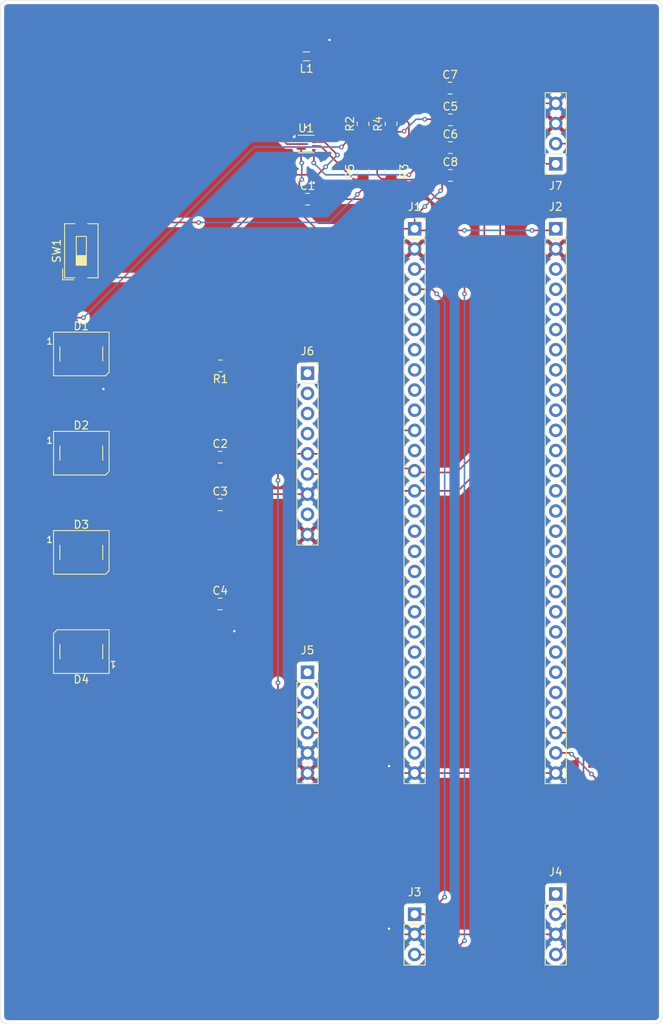
<source format=kicad_pcb>
(kicad_pcb (version 20241229) (generator "pcbnew") (generator_version "9.0")
  (layers (0 "F.Cu" power) (2 "B.Cu" signal) (13 "F.Paste" user) (15 "B.Paste" user) (5 "F.SilkS" user "F.Silkscreen") (7 "B.SilkS" user "B.Silkscreen") (1 "F.Mask" user) (3 "B.Mask" user) (25 "Edge.Cuts" user))
  (net 0 "")
  (net 1 "GND")
  (net 2 "+5V")
  (net 3 "+BATT")
  (net 4 "Net-(D1-DOUT)")
  (net 5 "Net-(D1-DIN)")
  (net 6 "Net-(D2-DOUT)")
  (net 7 "Net-(D3-DOUT)")
  (net 9 "/PICO_SCL")
  (net 10 "/GPIO15")
  (net 11 "/GPIO1")
  (net 12 "/GPIO8")
  (net 13 "/GPIO5")
  (net 14 "/GPIO0")
  (net 15 "+3V3")
  (net 16 "/GPIO23")
  (net 17 "/GPIO13")
  (net 18 "/GPIO24")
  (net 19 "/GPIO12")
  (net 20 "/GPIO14")
  (net 21 "/GPIO19")
  (net 22 "/GPIO18")
  (net 23 "/GPIO17")
  (net 24 "/GPIO16")
  (net 25 "/GPIO9")
  (net 26 "/GPIO7")
  (net 27 "/GPIO21")
  (net 28 "/PICO_SDA")
  (net 29 "/GPIO6")
  (net 30 "/GPIO4")
  (net 31 "/GPIO3")
  (net 32 "/GPIO20")
  (net 33 "/GPIO2")
  (net 34 "/GPIO22")
  (net 35 "/SWD")
  (net 36 "/GPIO47")
  (net 37 "/GPIO30")
  (net 38 "/GPIO25")
  (net 39 "/GPIO39")
  (net 40 "/GPIO28")
  (net 41 "/GPIO33")
  (net 42 "/GPIO31")
  (net 43 "/GPIO40")
  (net 44 "/GPIO41")
  (net 45 "/GPIO29")
  (net 46 "/GPIO38")
  (net 47 "/GPIO34")
  (net 48 "/GPIO45")
  (net 49 "/GPIO42")
  (net 50 "/GPIO44")
  (net 51 "/GPIO43")
  (net 52 "/GPIO36")
  (net 53 "/GPIO35")
  (net 54 "/GPIO46")
  (net 55 "/GPIO37")
  (net 56 "/GPIO26")
  (net 57 "/GPIO32")
  (net 58 "/GPIO27")
  (net 59 "/SWCLK")
  (net 68 "Net-(U1-SW)")
  (net 69 "-BATT")
  (net 70 "Net-(U1-FB)")
  (net 71 "Net-(SW1-B)")
  (footprint "Capacitor_SMD:C_0805_2012Metric_Pad1.18x1.45mm_HandSolder" (layer "F.Cu") (at 90.22 116.575)
    (property "Reference" "C4" (at 0 -1.68 0) (layer "F.SilkS"))
    (property "Value" "0.1uF")
    (pad "1" smd roundrect (at -1.0375 0) (size 1.175 1.45) (layers "F.Cu" "F.Mask" "F.Paste") (roundrect_rratio 0.212766) (net 2 "+5V"))
    (pad "2" smd roundrect (at 1.0375 0) (size 1.175 1.45) (layers "F.Cu" "F.Mask" "F.Paste") (roundrect_rratio 0.212766) (net 1 "GND"))
  )
  (footprint "Capacitor_SMD:C_0805_2012Metric_Pad1.18x1.45mm_HandSolder" (layer "F.Cu") (at 90.22 98.075)
    (property "Reference" "C2" (at 0 -1.68 0) (layer "F.SilkS"))
    (property "Value" "0.1uF")
    (pad "1" smd roundrect (at -1.0375 0) (size 1.175 1.45) (layers "F.Cu" "F.Mask" "F.Paste") (roundrect_rratio 0.212766) (net 2 "+5V"))
    (pad "2" smd roundrect (at 1.0375 0) (size 1.175 1.45) (layers "F.Cu" "F.Mask" "F.Paste") (roundrect_rratio 0.212766) (net 1 "GND"))
  )
  (footprint "Package_DFN_QFN:Texas_RWU0007A_VQFN-7_2x2mm_P0.5mm" (layer "F.Cu") (at 101.0455 58.625)
    (property "Reference" "U1" (at 0 -2 0) (layer "F.SilkS"))
    (property "Value" "TPS61022")
    (pad "1" smd roundrect (at -0.625 -0.55) (size 1.15 0.35) (layers "F.Cu" "F.Mask") (net 1 "GND"))
    (pad "2" smd roundrect (at -0.475 0) (size 1.45 0.2) (layers "F.Cu" "F.Mask") (net 68 "Net-(U1-SW)"))
    (pad "3" smd roundrect (at -0.625 0.55) (size 1.15 0.35) (layers "F.Cu" "F.Mask") (net 2 "+5V"))
    (pad "4" smd roundrect (at 0.975 0.75) (size 0.45 0.25) (layers "F.Cu" "F.Mask" "F.Paste") (net 70 "Net-(U1-FB)"))
    (pad "5" smd roundrect (at 0.975 0.25) (size 0.45 0.25) (layers "F.Cu" "F.Mask" "F.Paste") (net 71 "Net-(SW1-B)"))
    (pad "6" smd roundrect (at 0.975 -0.25) (size 0.45 0.25) (layers "F.Cu" "F.Mask" "F.Paste") (net 3 "+BATT"))
    (pad "7" smd roundrect (at 0.975 -0.75) (size 0.45 0.25) (layers "F.Cu" "F.Mask" "F.Paste") (net 3 "+BATT"))
  )
  (footprint "Resistor_SMD:R_0805_2012Metric_Pad1.20x1.40mm_HandSolder" (layer "F.Cu") (at 111.7575 62.075 -90)
    (property "Reference" "R3" (at 0 -1.65 90) (layer "F.SilkS"))
    (property "Value" "100k")
    (pad "1" smd roundrect (at -1 0 270) (size 1.2 1.4) (layers "F.Cu" "F.Mask" "F.Paste") (roundrect_rratio 0.208333) (net 70 "Net-(U1-FB)"))
    (pad "2" smd roundrect (at 1 0 270) (size 1.2 1.4) (layers "F.Cu" "F.Mask" "F.Paste") (roundrect_rratio 0.208333) (net 1 "GND"))
  )
  (footprint "LED_SMD:LED_WS2812B_PLCC4_5.0x5.0mm_P3.2mm" (layer "F.Cu") (at 72.72 122.575 180)
    (property "Reference" "D4" (at 0 -3.5 0) (layer "F.SilkS"))
    (property "Value" "WS2812B")
    (fp_text user "1" (at -4 -1.6 180) (layer "F.SilkS") (effects (font (size 0.8 0.8))))
    (pad "1" smd roundrect (at -2.45 -1.65 180) (size 1.5 0.9) (layers "F.Cu" "F.Mask" "F.Paste") (roundrect_rratio 0.1) (net 2 "+5V"))
    (pad "2" smd roundrect (at -2.45 1.65 180) (size 1.5 0.9) (layers "F.Cu" "F.Mask" "F.Paste") (roundrect_rratio 0.1))
    (pad "3" smd roundrect (at 2.45 1.65 180) (size 1.5 0.9) (layers "F.Cu" "F.Mask" "F.Paste") (roundrect_rratio 0.1) (net 1 "GND"))
    (pad "4" smd roundrect (at 2.45 -1.65 180) (size 1.5 0.9) (layers "F.Cu" "F.Mask" "F.Paste") (roundrect_rratio 0.1) (net 7 "Net-(D3-DOUT)"))
  )
  (footprint "Capacitor_SMD:C_0805_2012Metric_Pad1.18x1.45mm_HandSolder" (layer "F.Cu") (at 119.22 62.575)
    (property "Reference" "C8" (at 0 -1.68 0) (layer "F.SilkS"))
    (property "Value" "22u")
    (pad "1" smd roundrect (at -1.0375 0) (size 1.175 1.45) (layers "F.Cu" "F.Mask" "F.Paste") (roundrect_rratio 0.212766) (net 2 "+5V"))
    (pad "2" smd roundrect (at 1.0375 0) (size 1.175 1.45) (layers "F.Cu" "F.Mask" "F.Paste") (roundrect_rratio 0.212766) (net 1 "GND"))
  )
  (footprint "Capacitor_SMD:C_0805_2012Metric_Pad1.18x1.45mm_HandSolder" (layer "F.Cu") (at 119.1825 51.575)
    (property "Reference" "C7" (at 0 -1.68 0) (layer "F.SilkS"))
    (property "Value" "10u")
    (pad "1" smd roundrect (at -1.0375 0) (size 1.175 1.45) (layers "F.Cu" "F.Mask" "F.Paste") (roundrect_rratio 0.212766) (net 3 "+BATT"))
    (pad "2" smd roundrect (at 1.0375 0) (size 1.175 1.45) (layers "F.Cu" "F.Mask" "F.Paste") (roundrect_rratio 0.212766) (net 1 "GND"))
  )
  (footprint "Connector_PinSocket_2.54mm:PinSocket_1x04_P2.54mm_Vertical" (layer "F.Cu") (at 132.5 61.115 180)
    (property "Reference" "J7" (at 0 -2.77 0) (layer "F.SilkS"))
    (property "Value" "SSD1306")
    (pad "1" thru_hole rect (at 0 0 180) (size 1.7 1.7) (drill 1) (layers "*.Cu" "*.Mask") (net 28 "/PICO_SDA"))
    (pad "2" thru_hole circle (at 0 2.54 180) (size 1.7 1.7) (drill 1) (layers "*.Cu" "*.Mask") (net 9 "/PICO_SCL"))
    (pad "3" thru_hole circle (at 0 5.08 180) (size 1.7 1.7) (drill 1) (layers "*.Cu" "*.Mask") (net 15 "+3V3"))
    (pad "4" thru_hole circle (at 0 7.62 180) (size 1.7 1.7) (drill 1) (layers "*.Cu" "*.Mask") (net 1 "GND"))
  )
  (footprint "Connector_PinSocket_2.54mm:PinSocket_1x28_P2.54mm_Vertical" (layer "F.Cu") (at 132.5 69.3)
    (property "Reference" "J2" (at 0 -2.77 0) (layer "F.SilkS"))
    (property "Value" "Conn_01x28_Socket")
    (pad "1" thru_hole rect (at 0 0) (size 1.7 1.7) (drill 1) (layers "*.Cu" "*.Mask") (net 2 "+5V"))
    (pad "2" thru_hole circle (at 0 2.54) (size 1.7 1.7) (drill 1) (layers "*.Cu" "*.Mask") (net 15 "+3V3"))
    (pad "3" thru_hole circle (at 0 5.08) (size 1.7 1.7) (drill 1) (layers "*.Cu" "*.Mask") (net 36 "/GPIO47"))
    (pad "4" thru_hole circle (at 0 7.62) (size 1.7 1.7) (drill 1) (layers "*.Cu" "*.Mask") (net 54 "/GPIO46"))
    (pad "5" thru_hole circle (at 0 10.16) (size 1.7 1.7) (drill 1) (layers "*.Cu" "*.Mask") (net 48 "/GPIO45"))
    (pad "6" thru_hole circle (at 0 12.7) (size 1.7 1.7) (drill 1) (layers "*.Cu" "*.Mask") (net 50 "/GPIO44"))
    (pad "7" thru_hole circle (at 0 15.24) (size 1.7 1.7) (drill 1) (layers "*.Cu" "*.Mask") (net 51 "/GPIO43"))
    (pad "8" thru_hole circle (at 0 17.78) (size 1.7 1.7) (drill 1) (layers "*.Cu" "*.Mask") (net 49 "/GPIO42"))
    (pad "9" thru_hole circle (at 0 20.32) (size 1.7 1.7) (drill 1) (layers "*.Cu" "*.Mask") (net 44 "/GPIO41"))
    (pad "10" thru_hole circle (at 0 22.86) (size 1.7 1.7) (drill 1) (layers "*.Cu" "*.Mask") (net 43 "/GPIO40"))
    (pad "11" thru_hole circle (at 0 25.4) (size 1.7 1.7) (drill 1) (layers "*.Cu" "*.Mask") (net 39 "/GPIO39"))
    (pad "12" thru_hole circle (at 0 27.94) (size 1.7 1.7) (drill 1) (layers "*.Cu" "*.Mask") (net 46 "/GPIO38"))
    (pad "13" thru_hole circle (at 0 30.48) (size 1.7 1.7) (drill 1) (layers "*.Cu" "*.Mask") (net 55 "/GPIO37"))
    (pad "14" thru_hole circle (at 0 33.02) (size 1.7 1.7) (drill 1) (layers "*.Cu" "*.Mask") (net 52 "/GPIO36"))
    (pad "15" thru_hole circle (at 0 35.56) (size 1.7 1.7) (drill 1) (layers "*.Cu" "*.Mask") (net 53 "/GPIO35"))
    (pad "16" thru_hole circle (at 0 38.1) (size 1.7 1.7) (drill 1) (layers "*.Cu" "*.Mask") (net 47 "/GPIO34"))
    (pad "17" thru_hole circle (at 0 40.64) (size 1.7 1.7) (drill 1) (layers "*.Cu" "*.Mask") (net 41 "/GPIO33"))
    (pad "18" thru_hole circle (at 0 43.18) (size 1.7 1.7) (drill 1) (layers "*.Cu" "*.Mask") (net 57 "/GPIO32"))
    (pad "19" thru_hole circle (at 0 45.72) (size 1.7 1.7) (drill 1) (layers "*.Cu" "*.Mask") (net 42 "/GPIO31"))
    (pad "20" thru_hole circle (at 0 48.26) (size 1.7 1.7) (drill 1) (layers "*.Cu" "*.Mask") (net 37 "/GPIO30"))
    (pad "21" thru_hole circle (at 0 50.8) (size 1.7 1.7) (drill 1) (layers "*.Cu" "*.Mask") (net 45 "/GPIO29"))
    (pad "22" thru_hole circle (at 0 53.34) (size 1.7 1.7) (drill 1) (layers "*.Cu" "*.Mask") (net 40 "/GPIO28"))
    (pad "23" thru_hole circle (at 0 55.88) (size 1.7 1.7) (drill 1) (layers "*.Cu" "*.Mask") (net 58 "/GPIO27"))
    (pad "24" thru_hole circle (at 0 58.42) (size 1.7 1.7) (drill 1) (layers "*.Cu" "*.Mask") (net 56 "/GPIO26"))
    (pad "25" thru_hole circle (at 0 60.96) (size 1.7 1.7) (drill 1) (layers "*.Cu" "*.Mask") (net 38 "/GPIO25"))
    (pad "26" thru_hole circle (at 0 63.5) (size 1.7 1.7) (drill 1) (layers "*.Cu" "*.Mask") (net 59 "/SWCLK"))
    (pad "27" thru_hole circle (at 0 66.04) (size 1.7 1.7) (drill 1) (layers "*.Cu" "*.Mask") (net 35 "/SWD"))
    (pad "28" thru_hole circle (at 0 68.58) (size 1.7 1.7) (drill 1) (layers "*.Cu" "*.Mask") (net 1 "GND"))
  )
  (footprint "Inductor_SMD:L_0805_2012Metric_Pad1.05x1.20mm_HandSolder" (layer "F.Cu") (at 101.1075 47.575 180)
    (property "Reference" "L1" (at 0 -1.55 0) (layer "F.SilkS"))
    (property "Value" "1u")
    (pad "1" smd roundrect (at -1.15 0 180) (size 1.05 1.2) (layers "F.Cu" "F.Mask" "F.Paste") (roundrect_rratio 0.238095) (net 3 "+BATT"))
    (pad "2" smd roundrect (at 1.15 0 180) (size 1.05 1.2) (layers "F.Cu" "F.Mask" "F.Paste") (roundrect_rratio 0.238095) (net 68 "Net-(U1-SW)"))
  )
  (footprint "Capacitor_SMD:C_0805_2012Metric_Pad1.18x1.45mm_HandSolder" (layer "F.Cu") (at 101.22 65.575)
    (property "Reference" "C1" (at 0 -1.68 0) (layer "F.SilkS"))
    (property "Value" "500u")
    (pad "1" smd roundrect (at -1.0375 0) (size 1.175 1.45) (layers "F.Cu" "F.Mask" "F.Paste") (roundrect_rratio 0.212766) (net 2 "+5V"))
    (pad "2" smd roundrect (at 1.0375 0) (size 1.175 1.45) (layers "F.Cu" "F.Mask" "F.Paste") (roundrect_rratio 0.212766) (net 1 "GND"))
  )
  (footprint "LED_SMD:LED_WS2812B_PLCC4_5.0x5.0mm_P3.2mm" (layer "F.Cu") (at 72.72 110.075)
    (property "Reference" "D3" (at 0 -3.5 0) (layer "F.SilkS"))
    (property "Value" "WS2812B")
    (fp_text user "1" (at -4 -1.6 0) (layer "F.SilkS") (effects (font (size 0.8 0.8))))
    (pad "1" smd roundrect (at -2.45 -1.65) (size 1.5 0.9) (layers "F.Cu" "F.Mask" "F.Paste") (roundrect_rratio 0.1) (net 2 "+5V"))
    (pad "2" smd roundrect (at -2.45 1.65) (size 1.5 0.9) (layers "F.Cu" "F.Mask" "F.Paste") (roundrect_rratio 0.1) (net 7 "Net-(D3-DOUT)"))
    (pad "3" smd roundrect (at 2.45 1.65) (size 1.5 0.9) (layers "F.Cu" "F.Mask" "F.Paste") (roundrect_rratio 0.1) (net 1 "GND"))
    (pad "4" smd roundrect (at 2.45 -1.65) (size 1.5 0.9) (layers "F.Cu" "F.Mask" "F.Paste") (roundrect_rratio 0.1) (net 6 "Net-(D2-DOUT)"))
  )
  (footprint "Connector_PinSocket_2.54mm:PinSocket_1x03_P2.54mm_Vertical" (layer "F.Cu") (at 114.72 155.66)
    (property "Reference" "J3" (at 0 -2.77 0) (layer "F.SilkS"))
    (property "Value" "Conn_01x03_Socket")
    (pad "1" thru_hole rect (at 0 0) (size 1.7 1.7) (drill 1) (layers "*.Cu" "*.Mask") (net 11 "/GPIO1"))
    (pad "2" thru_hole circle (at 0 2.54) (size 1.7 1.7) (drill 1) (layers "*.Cu" "*.Mask") (net 1 "GND"))
    (pad "3" thru_hole circle (at 0 5.08) (size 1.7 1.7) (drill 1) (layers "*.Cu" "*.Mask") (net 14 "/GPIO0"))
  )
  (footprint "Capacitor_SMD:C_0805_2012Metric_Pad1.18x1.45mm_HandSolder" (layer "F.Cu") (at 119.22 59.075)
    (property "Reference" "C6" (at 0 -1.68 0) (layer "F.SilkS"))
    (property "Value" "22u")
    (pad "1" smd roundrect (at -1.0375 0) (size 1.175 1.45) (layers "F.Cu" "F.Mask" "F.Paste") (roundrect_rratio 0.212766) (net 2 "+5V"))
    (pad "2" smd roundrect (at 1.0375 0) (size 1.175 1.45) (layers "F.Cu" "F.Mask" "F.Paste") (roundrect_rratio 0.212766) (net 1 "GND"))
  )
  (footprint "Resistor_SMD:R_0805_2012Metric_Pad1.20x1.40mm_HandSolder" (layer "F.Cu") (at 108.22 56.075 90)
    (property "Reference" "R2" (at 0 -1.65 90) (layer "F.SilkS"))
    (property "Value" "820k")
    (pad "1" smd roundrect (at -1 0 90) (size 1.2 1.4) (layers "F.Cu" "F.Mask" "F.Paste") (roundrect_rratio 0.208333) (net 2 "+5V"))
    (pad "2" smd roundrect (at 1 0 90) (size 1.2 1.4) (layers "F.Cu" "F.Mask" "F.Paste") (roundrect_rratio 0.208333) (net 70 "Net-(U1-FB)"))
  )
  (footprint "LED_SMD:LED_WS2812B_PLCC4_5.0x5.0mm_P3.2mm" (layer "F.Cu") (at 72.72 97.575)
    (property "Reference" "D2" (at 0 -3.5 0) (layer "F.SilkS"))
    (property "Value" "WS2812B")
    (fp_text user "1" (at -4 -1.6 0) (layer "F.SilkS") (effects (font (size 0.8 0.8))))
    (pad "1" smd roundrect (at -2.45 -1.65) (size 1.5 0.9) (layers "F.Cu" "F.Mask" "F.Paste") (roundrect_rratio 0.1) (net 2 "+5V"))
    (pad "2" smd roundrect (at -2.45 1.65) (size 1.5 0.9) (layers "F.Cu" "F.Mask" "F.Paste") (roundrect_rratio 0.1) (net 6 "Net-(D2-DOUT)"))
    (pad "3" smd roundrect (at 2.45 1.65) (size 1.5 0.9) (layers "F.Cu" "F.Mask" "F.Paste") (roundrect_rratio 0.1) (net 1 "GND"))
    (pad "4" smd roundrect (at 2.45 -1.65) (size 1.5 0.9) (layers "F.Cu" "F.Mask" "F.Paste") (roundrect_rratio 0.1) (net 4 "Net-(D1-DOUT)"))
  )
  (footprint "NetTie:NetTie-2_SMD_Pad0.5mm" (layer "F.Cu") (at 102.7575 44.575 180)
    (property "Reference" "NT1" (hide yes))
    (property "Value" "NetTie_2" (hide yes))
    (fp_poly (pts (xy -0.5 -0.25) (xy 0.5 -0.25) (xy 0.5 0.25) (xy -0.5 0.25)) (fill yes) (layer "F.Cu"))
    (pad "1" smd circle (at -0.5 0 180) (size 0.5 0.5) (layers "F.Cu") (net 1 "GND"))
    (pad "2" smd circle (at 0.5 0 180) (size 0.5 0.5) (layers "F.Cu") (net 69 "-BATT"))
  )
  (footprint "Capacitor_SMD:C_0805_2012Metric_Pad1.18x1.45mm_HandSolder" (layer "F.Cu") (at 90.22 104.075)
    (property "Reference" "C3" (at 0 -1.68 0) (layer "F.SilkS"))
    (property "Value" "0.1uF")
    (pad "1" smd roundrect (at -1.0375 0) (size 1.175 1.45) (layers "F.Cu" "F.Mask" "F.Paste") (roundrect_rratio 0.212766) (net 2 "+5V"))
    (pad "2" smd roundrect (at 1.0375 0) (size 1.175 1.45) (layers "F.Cu" "F.Mask" "F.Paste") (roundrect_rratio 0.212766) (net 1 "GND"))
  )
  (footprint "Resistor_SMD:R_0805_2012Metric_Pad1.20x1.40mm_HandSolder" (layer "F.Cu") (at 108.22 62.075 90)
    (property "Reference" "R5" (at 0 -1.65 90) (layer "F.SilkS"))
    (property "Value" "10k")
    (pad "1" smd roundrect (at -1 0 90) (size 1.2 1.4) (layers "F.Cu" "F.Mask" "F.Paste") (roundrect_rratio 0.208333) (net 71 "Net-(SW1-B)"))
    (pad "2" smd roundrect (at 1 0 90) (size 1.2 1.4) (layers "F.Cu" "F.Mask" "F.Paste") (roundrect_rratio 0.208333) (net 1 "GND"))
  )
  (footprint "Capacitor_SMD:C_0805_2012Metric_Pad1.18x1.45mm_HandSolder" (layer "F.Cu") (at 119.22 55.575)
    (property "Reference" "C5" (at 0 -1.68 0) (layer "F.SilkS"))
    (property "Value" "22u")
    (pad "1" smd roundrect (at -1.0375 0) (size 1.175 1.45) (layers "F.Cu" "F.Mask" "F.Paste") (roundrect_rratio 0.212766) (net 2 "+5V"))
    (pad "2" smd roundrect (at 1.0375 0) (size 1.175 1.45) (layers "F.Cu" "F.Mask" "F.Paste") (roundrect_rratio 0.212766) (net 1 "GND"))
  )
  (footprint "Connector_PinSocket_2.54mm:PinSocket_1x28_P2.54mm_Vertical" (layer "F.Cu") (at 114.72 69.3)
    (property "Reference" "J1" (at 0 -2.77 0) (layer "F.SilkS"))
    (property "Value" "Conn_01x28_Socket")
    (pad "1" thru_hole rect (at 0 0) (size 1.7 1.7) (drill 1) (layers "*.Cu" "*.Mask") (net 2 "+5V"))
    (pad "2" thru_hole circle (at 0 2.54) (size 1.7 1.7) (drill 1) (layers "*.Cu" "*.Mask") (net 15 "+3V3"))
    (pad "3" thru_hole circle (at 0 5.08) (size 1.7 1.7) (drill 1) (layers "*.Cu" "*.Mask") (net 14 "/GPIO0"))
    (pad "4" thru_hole circle (at 0 7.62) (size 1.7 1.7) (drill 1) (layers "*.Cu" "*.Mask") (net 11 "/GPIO1"))
    (pad "5" thru_hole circle (at 0 10.16) (size 1.7 1.7) (drill 1) (layers "*.Cu" "*.Mask") (net 33 "/GPIO2"))
    (pad "6" thru_hole circle (at 0 12.7) (size 1.7 1.7) (drill 1) (layers "*.Cu" "*.Mask") (net 31 "/GPIO3"))
    (pad "7" thru_hole circle (at 0 15.24) (size 1.7 1.7) (drill 1) (layers "*.Cu" "*.Mask") (net 30 "/GPIO4"))
    (pad "8" thru_hole circle (at 0 17.78) (size 1.7 1.7) (drill 1) (layers "*.Cu" "*.Mask") (net 13 "/GPIO5"))
    (pad "9" thru_hole circle (at 0 20.32) (size 1.7 1.7) (drill 1) (layers "*.Cu" "*.Mask") (net 29 "/GPIO6"))
    (pad "10" thru_hole circle (at 0 22.86) (size 1.7 1.7) (drill 1) (layers "*.Cu" "*.Mask") (net 26 "/GPIO7"))
    (pad "11" thru_hole circle (at 0 25.4) (size 1.7 1.7) (drill 1) (layers "*.Cu" "*.Mask") (net 12 "/GPIO8"))
    (pad "12" thru_hole circle (at 0 27.94) (size 1.7 1.7) (drill 1) (layers "*.Cu" "*.Mask") (net 25 "/GPIO9"))
    (pad "13" thru_hole circle (at 0 30.48) (size 1.7 1.7) (drill 1) (layers "*.Cu" "*.Mask") (net 28 "/PICO_SDA"))
    (pad "14" thru_hole circle (at 0 33.02) (size 1.7 1.7) (drill 1) (layers "*.Cu" "*.Mask") (net 9 "/PICO_SCL"))
    (pad "15" thru_hole circle (at 0 35.56) (size 1.7 1.7) (drill 1) (layers "*.Cu" "*.Mask") (net 19 "/GPIO12"))
    (pad "16" thru_hole circle (at 0 38.1) (size 1.7 1.7) (drill 1) (layers "*.Cu" "*.Mask") (net 17 "/GPIO13"))
    (pad "17" thru_hole circle (at 0 40.64) (size 1.7 1.7) (drill 1) (layers "*.Cu" "*.Mask") (net 20 "/GPIO14"))
    (pad "18" thru_hole circle (at 0 43.18) (size 1.7 1.7) (drill 1) (layers "*.Cu" "*.Mask") (net 10 "/GPIO15"))
    (pad "19" thru_hole circle (at 0 45.72) (size 1.7 1.7) (drill 1) (layers "*.Cu" "*.Mask") (net 24 "/GPIO16"))
    (pad "20" thru_hole circle (at 0 48.26) (size 1.7 1.7) (drill 1) (layers "*.Cu" "*.Mask") (net 23 "/GPIO17"))
    (pad "21" thru_hole circle (at 0 50.8) (size 1.7 1.7) (drill 1) (layers "*.Cu" "*.Mask") (net 22 "/GPIO18"))
    (pad "22" thru_hole circle (at 0 53.34) (size 1.7 1.7) (drill 1) (layers "*.Cu" "*.Mask") (net 21 "/GPIO19"))
    (pad "23" thru_hole circle (at 0 55.88) (size 1.7 1.7) (drill 1) (layers "*.Cu" "*.Mask") (net 32 "/GPIO20"))
    (pad "24" thru_hole circle (at 0 58.42) (size 1.7 1.7) (drill 1) (layers "*.Cu" "*.Mask") (net 27 "/GPIO21"))
    (pad "25" thru_hole circle (at 0 60.96) (size 1.7 1.7) (drill 1) (layers "*.Cu" "*.Mask") (net 34 "/GPIO22"))
    (pad "26" thru_hole circle (at 0 63.5) (size 1.7 1.7) (drill 1) (layers "*.Cu" "*.Mask") (net 16 "/GPIO23"))
    (pad "27" thru_hole circle (at 0 66.04) (size 1.7 1.7) (drill 1) (layers "*.Cu" "*.Mask") (net 18 "/GPIO24"))
    (pad "28" thru_hole circle (at 0 68.58) (size 1.7 1.7) (drill 1) (layers "*.Cu" "*.Mask") (net 1 "GND"))
  )
  (footprint "Resistor_SMD:R_0805_2012Metric_Pad1.20x1.40mm_HandSolder" (layer "F.Cu") (at 90.2575 86.575 180)
    (property "Reference" "R1" (at 0 -1.65 0) (layer "F.SilkS"))
    (property "Value" "330")
    (pad "1" smd roundrect (at -1 0 180) (size 1.2 1.4) (layers "F.Cu" "F.Mask" "F.Paste") (roundrect_rratio 0.208333) (net 12 "/GPIO8"))
    (pad "2" smd roundrect (at 1 0 180) (size 1.2 1.4) (layers "F.Cu" "F.Mask" "F.Paste") (roundrect_rratio 0.208333) (net 5 "Net-(D1-DIN)"))
  )
  (footprint "Connector_PinSocket_2.54mm:PinSocket_1x06_P2.54mm_Vertical" (layer "F.Cu") (at 101.22 125.18)
    (property "Reference" "J5" (at 0 -2.77 0) (layer "F.SilkS"))
    (property "Value" "MAX17048")
    (pad "1" thru_hole rect (at 0 0) (size 1.7 1.7) (drill 1) (layers "*.Cu" "*.Mask"))
    (pad "2" thru_hole circle (at 0 2.54) (size 1.7 1.7) (drill 1) (layers "*.Cu" "*.Mask"))
    (pad "3" thru_hole circle (at 0 5.08) (size 1.7 1.7) (drill 1) (layers "*.Cu" "*.Mask") (net 28 "/PICO_SDA"))
    (pad "4" thru_hole circle (at 0 7.62) (size 1.7 1.7) (drill 1) (layers "*.Cu" "*.Mask") (net 9 "/PICO_SCL"))
    (pad "5" thru_hole circle (at 0 10.16) (size 1.7 1.7) (drill 1) (layers "*.Cu" "*.Mask") (net 1 "GND"))
    (pad "6" thru_hole circle (at 0 12.7) (size 1.7 1.7) (drill 1) (layers "*.Cu" "*.Mask") (net 15 "+3V3"))
  )
  (footprint "Button_Switch_SMD:SW_DIP_SPSTx01_Slide_6.7x4.1mm_W6.73mm_P2.54mm_LowProfile_JPin" (layer "F.Cu") (at 72.72 72.075 90)
    (property "Reference" "SW1" (at 0 -3.11 90) (layer "F.SilkS"))
    (property "Value" "SW_SPST")
    (pad "1" smd roundrect (at -3.365 0 90) (size 2.16 1.12) (layers "F.Cu" "F.Mask" "F.Paste") (roundrect_rratio 0.223214) (net 3 "+BATT"))
    (pad "2" smd roundrect (at 3.365 0 90) (size 2.16 1.12) (layers "F.Cu" "F.Mask" "F.Paste") (roundrect_rratio 0.223214) (net 71 "Net-(SW1-B)"))
  )
  (footprint "LED_SMD:LED_WS2812B_PLCC4_5.0x5.0mm_P3.2mm" (layer "F.Cu") (at 72.72 85.075)
    (property "Reference" "D1" (at 0 -3.5 0) (layer "F.SilkS"))
    (property "Value" "WS2812B")
    (fp_text user "1" (at -4 -1.6 0) (layer "F.SilkS") (effects (font (size 0.8 0.8))))
    (pad "1" smd roundrect (at -2.45 -1.65) (size 1.5 0.9) (layers "F.Cu" "F.Mask" "F.Paste") (roundrect_rratio 0.1) (net 2 "+5V"))
    (pad "2" smd roundrect (at -2.45 1.65) (size 1.5 0.9) (layers "F.Cu" "F.Mask" "F.Paste") (roundrect_rratio 0.1) (net 4 "Net-(D1-DOUT)"))
    (pad "3" smd roundrect (at 2.45 1.65) (size 1.5 0.9) (layers "F.Cu" "F.Mask" "F.Paste") (roundrect_rratio 0.1) (net 1 "GND"))
    (pad "4" smd roundrect (at 2.45 -1.65) (size 1.5 0.9) (layers "F.Cu" "F.Mask" "F.Paste") (roundrect_rratio 0.1) (net 5 "Net-(D1-DIN)"))
  )
  (footprint "Connector_PinSocket_2.54mm:PinSocket_1x09_P2.54mm_Vertical" (layer "F.Cu") (at 101.22 87.495)
    (property "Reference" "J6" (at 0 -2.77 0) (layer "F.SilkS"))
    (property "Value" "LSM6DS3TR-C")
    (pad "1" thru_hole rect (at 0 0) (size 1.7 1.7) (drill 1) (layers "*.Cu" "*.Mask"))
    (pad "2" thru_hole circle (at 0 2.54) (size 1.7 1.7) (drill 1) (layers "*.Cu" "*.Mask"))
    (pad "3" thru_hole circle (at 0 5.08) (size 1.7 1.7) (drill 1) (layers "*.Cu" "*.Mask"))
    (pad "4" thru_hole circle (at 0 7.62) (size 1.7 1.7) (drill 1) (layers "*.Cu" "*.Mask"))
    (pad "5" thru_hole circle (at 0 10.16) (size 1.7 1.7) (drill 1) (layers "*.Cu" "*.Mask") (net 28 "/PICO_SDA"))
    (pad "6" thru_hole circle (at 0 12.7) (size 1.7 1.7) (drill 1) (layers "*.Cu" "*.Mask") (net 9 "/PICO_SCL"))
    (pad "7" thru_hole circle (at 0 15.24) (size 1.7 1.7) (drill 1) (layers "*.Cu" "*.Mask") (net 1 "GND"))
    (pad "8" thru_hole circle (at 0 17.78) (size 1.7 1.7) (drill 1) (layers "*.Cu" "*.Mask"))
    (pad "9" thru_hole circle (at 0 20.32) (size 1.7 1.7) (drill 1) (layers "*.Cu" "*.Mask") (net 15 "+3V3"))
  )
  (footprint "Resistor_SMD:R_0805_2012Metric_Pad1.20x1.40mm_HandSolder" (layer "F.Cu") (at 111.7575 56.075 90)
    (property "Reference" "R4" (at 0 -1.65 90) (layer "F.SilkS"))
    (property "Value" "6.8M")
    (pad "1" smd roundrect (at -1 0 90) (size 1.2 1.4) (layers "F.Cu" "F.Mask" "F.Paste") (roundrect_rratio 0.208333) (net 2 "+5V"))
    (pad "2" smd roundrect (at 1 0 90) (size 1.2 1.4) (layers "F.Cu" "F.Mask" "F.Paste") (roundrect_rratio 0.208333) (net 70 "Net-(U1-FB)"))
  )
  (footprint "Connector_PinSocket_2.54mm:PinSocket_1x04_P2.54mm_Vertical" (layer "F.Cu") (at 132.5 153.12)
    (property "Reference" "J4" (at 0 -2.77 0) (layer "F.SilkS"))
    (property "Value" "Conn_01x04_Socket")
    (pad "1" thru_hole rect (at 0 0) (size 1.7 1.7) (drill 1) (layers "*.Cu" "*.Mask"))
    (pad "2" thru_hole circle (at 0 2.54) (size 1.7 1.7) (drill 1) (layers "*.Cu" "*.Mask") (net 59 "/SWCLK"))
    (pad "3" thru_hole circle (at 0 5.08) (size 1.7 1.7) (drill 1) (layers "*.Cu" "*.Mask") (net 1 "GND"))
    (pad "4" thru_hole circle (at 0 7.62) (size 1.7 1.7) (drill 1) (layers "*.Cu" "*.Mask") (net 35 "/SWD"))
  )
  (gr_line (start 146 41.5) (end 146 168.5) (stroke (width 0.05)) (layer "Edge.Cuts"))
  (gr_arc (start 62.5 41.5) (mid 62.792893 40.792893) (end 63.5 40.5) (stroke (width 0.05)) (layer "Edge.Cuts"))
  (gr_line (start 63.5 40.5) (end 145 40.5) (stroke (width 0.05)) (layer "Edge.Cuts"))
  (gr_arc (start 145 40.5) (mid 145.707107 40.792893) (end 146 41.5) (stroke (width 0.05)) (layer "Edge.Cuts"))
  (gr_line (start 62.5 168.5) (end 62.5 41.5) (stroke (width 0.05)) (layer "Edge.Cuts"))
  (gr_arc (start 146 168.5) (mid 145.707107 169.207107) (end 145 169.5) (stroke (width 0.05)) (layer "Edge.Cuts"))
  (gr_arc (start 63.5 169.5) (mid 62.792893 169.207107) (end 62.5 168.5) (stroke (width 0.05)) (layer "Edge.Cuts"))
  (gr_line (start 145 169.5) (end 63.5 169.5) (stroke (width 0.05)) (layer "Edge.Cuts"))
  (segment (start 124 158.2) (end 132.5 158.2) (width 0.2) (layer "F.Cu") (net 1))
  (segment (start 112.2 158.2) (end 111.5 157.5) (width 0.2) (layer "F.Cu") (net 1))
  (segment (start 114.72 137.88) (end 112.38 137.88) (width 0.2) (layer "F.Cu") (net 1))
  (segment (start 120.2575 64.2425) (end 120.2575 63.7425) (width 0.2) (layer "F.Cu") (net 1))
  (segment (start 120.2575 63.7575) (end 120.2575 62.575) (width 0.2) (layer "F.Cu") (net 1))
  (segment (start 114.72 158.28) (end 114.5 158.5) (width 0.2) (layer "F.Cu") (net 1))
  (segment (start 75.17 86.725) (end 77.225 86.725) (width 0.2) (layer "F.Cu") (net 1))
  (segment (start 115.101 63.101) (end 117.5 65.5) (width 0.2) (layer "F.Cu") (net 1))
  (segment (start 103.2575 44.575) (end 104 45.3175) (width 0.2) (layer "F.Cu") (net 1))
  (segment (start 114.72 137.88) (end 124 137.88) (width 0.2) (layer "F.Cu") (net 1))
  (segment (start 111.7575 63.075) (end 111.7835 63.101) (width 0.2) (layer "F.Cu") (net 1))
  (segment (start 91.2575 104.075) (end 91.2575 116.575) (width 0.2) (layer "F.Cu") (net 1))
  (segment (start 78.275 111.725) (end 75.17 111.725) (width 0.2) (layer "F.Cu") (net 1))
  (segment (start 102.2575 65.575) (end 102.2575 63.7575) (width 0.2) (layer "F.Cu") (net 1))
  (segment (start 102.2575 63.7575) (end 102 63.5) (width 0.2) (layer "F.Cu") (net 1))
  (segment (start 80.5 90) (end 80.5 96) (width 0.2) (layer "F.Cu") (net 1))
  (segment (start 110 61.5) (end 109.575 61.075) (width 0.2) (layer "F.Cu") (net 1))
  (segment (start 119 65.5) (end 120.2575 64.2425) (width 0.2) (layer "F.Cu") (net 1))
  (segment (start 70.27 119.3275) (end 70.27 120.925) (width 0.2) (layer "F.Cu") (net 1))
  (segment (start 120.22 51.575) (end 120.22 55.5375) (width 0.2) (layer "F.Cu") (net 1))
  (segment (start 124 137.88) (end 132.5 137.88) (width 0.2) (layer "F.Cu") (net 1))
  (segment (start 110 62.5) (end 110 61.5) (width 0.2) (layer "F.Cu") (net 1))
  (segment (start 77.225 86.725) (end 80.5 90) (width 0.2) (layer "F.Cu") (net 1))
  (segment (start 120.2575 55.575) (end 125.925 55.575) (width 0.2) (layer "F.Cu") (net 1))
  (segment (start 128.005 53.495) (end 132.5 53.495) (width 0.2) (layer "F.Cu") (net 1))
  (segment (start 80 106) (end 80 110) (width 0.2) (layer "F.Cu") (net 1))
  (segment (start 101.22 102.735) (end 96.265 102.735) (width 0.2) (layer "F.Cu") (net 1))
  (segment (start 75.17 111.725) (end 75.17 113.83) (width 0.2) (layer "F.Cu") (net 1))
  (segment (start 120.2575 59.075) (end 120.2575 62.575) (width 0.2) (layer "F.Cu") (net 1))
  (segment (start 111.575 63.075) (end 111.5 63) (width 0.2) (layer "F.Cu") (net 1))
  (segment (start 75.17 114.4275) (end 70.27 119.3275) (width 0.2) (layer "F.Cu") (net 1))
  (segment (start 75.17 89.17) (end 75.5 89.5) (width 0.2) (layer "F.Cu") (net 1))
  (segment (start 109.575 61.075) (end 108.22 61.075) (width 0.2) (layer "F.Cu") (net 1))
  (segment (start 102.075 65.575) (end 102 65.5) (width 0.2) (layer "F.Cu") (net 1))
  (segment (start 114.72 158.2) (end 112.2 158.2) (width 0.2) (layer "F.Cu") (net 1))
  (segment (start 94.925 104.075) (end 91.2575 104.075) (width 0.2) (layer "F.Cu") (net 1))
  (segment (start 114.72 158.2) (end 114.72 158.28) (width 0.2) (layer "F.Cu") (net 1))
  (segment (start 91.2575 98.075) (end 91.2575 104.075) (width 0.2) (layer "F.Cu") (net 1))
  (segment (start 100.4205 57.0795) (end 100.4205 58.075) (width 0.2) (layer "F.Cu") (net 1))
  (segment (start 111.7835 63.101) (end 115.101 63.101) (width 0.2) (layer "F.Cu") (net 1))
  (segment (start 112.38 137.88) (end 111.5 137) (width 0.2) (layer "F.Cu") (net 1))
  (segment (start 91.2575 119.2575) (end 92 120) (width 0.2) (layer "F.Cu") (net 1))
  (segment (start 111.5 63) (end 110.5 63) (width 0.2) (layer "F.Cu") (net 1))
  (segment (start 120.2575 55.575) (end 120.2575 59.075) (width 0.2) (layer "F.Cu") (net 1))
  (segment (start 110.5 63) (end 110 62.5) (width 0.2) (layer "F.Cu") (net 1))
  (segment (start 80.5 96) (end 77.275 99.225) (width 0.2) (layer "F.Cu") (net 1))
  (segment (start 102.2575 65.575) (end 110.425 65.575) (width 0.2) (layer "F.Cu") (net 1))
  (segment (start 120.22 55.5375) (end 120.2575 55.575) (width 0.2) (layer "F.Cu") (net 1))
  (segment (start 111.7575 63.075) (end 111.575 63.075) (width 0.2) (layer "F.Cu") (net 1))
  (segment (start 75.17 99.225) (end 75.17 101.17) (width 0.2) (layer "F.Cu") (net 1))
  (segment (start 96.265 102.735) (end 94.925 104.075) (width 0.2) (layer "F.Cu") (net 1))
  (segment (start 77.275 99.225) (end 75.17 99.225) (width 0.2) (layer "F.Cu") (net 1))
  (segment (start 75.17 113.83) (end 75.17 114.4275) (width 0.2) (layer "F.Cu") (net 1))
  (segment (start 114.72 158.2) (end 124 158.2) (width 0.2) (layer "F.Cu") (net 1))
  (segment (start 125.925 55.575) (end 128.005 53.495) (width 0.2) (layer "F.Cu") (net 1))
  (segment (start 104 45.3175) (end 104 45.5) (width 0.2) (layer "F.Cu") (net 1))
  (segment (start 117.5 65.5) (end 119 65.5) (width 0.2) (layer "F.Cu") (net 1))
  (segment (start 80 110) (end 78.275 111.725) (width 0.2) (layer "F.Cu") (net 1))
  (segment (start 75.17 86.725) (end 75.17 89.17) (width 0.2) (layer "F.Cu") (net 1))
  (segment (start 91.2575 116.575) (end 91.2575 119.2575) (width 0.2) (layer "F.Cu") (net 1))
  (segment (start 75.17 101.17) (end 80 106) (width 0.2) (layer "F.Cu") (net 1))
  (segment (start 111.7575 64.2425) (end 111.7575 63.075) (width 0.2) (layer "F.Cu") (net 1))
  (segment (start 101 56.5) (end 100.4205 57.0795) (width 0.2) (layer "F.Cu") (net 1))
  (segment (start 102.2575 65.575) (end 102.075 65.575) (width 0.2) (layer "F.Cu") (net 1))
  (segment (start 110.425 65.575) (end 111.7575 64.2425) (width 0.2) (layer "F.Cu") (net 1))
  (via (at 101 56.5) (size 0.6) (drill 0.3) (layers "F.Cu" "B.Cu") (net 1))
  (via (at 111.5 157.5) (size 0.6) (drill 0.3) (layers "F.Cu" "B.Cu") (net 1))
  (via (at 75.5 89.5) (size 0.6) (drill 0.3) (layers "F.Cu" "B.Cu") (net 1))
  (via (at 111.5 137) (size 0.6) (drill 0.3) (layers "F.Cu" "B.Cu") (net 1))
  (via (at 104 45.5) (size 0.6) (drill 0.3) (layers "F.Cu" "B.Cu") (net 1))
  (via (at 102 63.5) (size 0.6) (drill 0.3) (layers "F.Cu" "B.Cu") (net 1))
  (via (at 92 120) (size 0.6) (drill 0.3) (layers "F.Cu" "B.Cu") (net 1))
  (segment (start 66.5 85.5) (end 68.575 83.425) (width 0.2) (layer "F.Cu") (net 2))
  (segment (start 89.1825 104.075) (end 89.1825 116.575) (width 0.2) (layer "F.Cu") (net 2))
  (segment (start 70.27 93.77) (end 66.5 90) (width 0.2) (layer "F.Cu") (net 2))
  (segment (start 129.5 69.5) (end 132.3 69.5) (width 0.2) (layer "F.Cu") (net 2))
  (segment (start 102.3 69.3) (end 114.72 69.3) (width 0.2) (layer "F.Cu") (net 2))
  (segment (start 89.1825 98.075) (end 89.1825 104.075) (width 0.2) (layer "F.Cu") (net 2))
  (segment (start 107.425 57.075) (end 105.5 59) (width 0.2) (layer "F.Cu") (net 2))
  (segment (start 68.575 83.425) (end 70.27 83.425) (width 0.2) (layer "F.Cu") (net 2))
  (segment (start 71.5 80.5) (end 70.27 81.73) (width 0.2) (layer "F.Cu") (net 2))
  (segment (start 111.7575 57.075) (end 113.325 57.075) (width 0.2) (layer "F.Cu") (net 2))
  (segment (start 132.3 69.5) (end 132.5 69.3) (width 0.2) (layer "F.Cu") (net 2))
  (segment (start 114.92 69.5) (end 121 69.5) (width 0.2) (layer "F.Cu") (net 2))
  (segment (start 100.1825 65.575) (end 100.1825 67.1825) (width 0.2) (layer "F.Cu") (net 2))
  (segment (start 118.1825 64.3175) (end 118 64.5) (width 0.2) (layer "F.Cu") (net 2))
  (segment (start 113.325 57.075) (end 113.4 57) (width 0.2) (layer "F.Cu") (net 2))
  (segment (start 89.1825 116.575) (end 88.425 116.575) (width 0.2) (layer "F.Cu") (net 2))
  (segment (start 66.5 90) (end 66.5 85.5) (width 0.2) (layer "F.Cu") (net 2))
  (segment (start 70.27 81.73) (end 70.27 83.425) (width 0.2) (layer "F.Cu") (net 2))
  (segment (start 100.1825 63.4175) (end 100.1825 65.575) (width 0.2) (layer "F.Cu") (net 2))
  (segment (start 114.72 67.78) (end 114.72 69.3) (width 0.2) (layer "F.Cu") (net 2))
  (segment (start 65.5 111) (end 68.075 108.425) (width 0.2) (layer "F.Cu") (net 2))
  (segment (start 100.4205 60.9205) (end 100.5 61) (width 0.2) (layer "F.Cu") (net 2))
  (segment (start 70.27 105.77) (end 66.5 102) (width 0.2) (layer "F.Cu") (net 2))
  (segment (start 100.5 63.1) (end 100.1825 63.4175) (width 0.2) (layer "F.Cu") (net 2))
  (segment (start 88.425 116.575) (end 80.775 124.225) (width 0.2) (layer "F.Cu") (net 2))
  (segment (start 100.1825 67.1825) (end 102.3 69.3) (width 0.2) (layer "F.Cu") (net 2))
  (segment (start 118.1825 55.575) (end 118.1825 59.075) (width 0.2) (layer "F.Cu") (net 2))
  (segment (start 114.72 69.3) (end 114.92 69.5) (width 0.2) (layer "F.Cu") (net 2))
  (segment (start 65.5 125) (end 65.5 111) (width 0.2) (layer "F.Cu") (net 2))
  (segment (start 73.5 127.5) (end 68 127.5) (width 0.2) (layer "F.Cu") (net 2))
  (segment (start 108.22 57.075) (end 111.7575 57.075) (width 0.2) (layer "F.Cu") (net 2))
  (segment (start 75.17 125.83) (end 73.5 127.5) (width 0.2) (layer "F.Cu") (net 2))
  (segment (start 68.075 108.425) (end 70.27 108.425) (width 0.2) (layer "F.Cu") (net 2))
  (segment (start 75.17 124.225) (end 75.17 125.83) (width 0.2) (layer "F.Cu") (net 2))
  (segment (start 68 127.5) (end 65.5 125) (width 0.2) (layer "F.Cu") (net 2))
  (segment (start 73 80.5) (end 71.5 80.5) (width 0.2) (layer "F.Cu") (net 2))
  (segment (start 70.27 108.425) (end 70.27 105.77) (width 0.2) (layer "F.Cu") (net 2))
  (segment (start 80.775 124.225) (end 75.17 124.225) (width 0.2) (layer "F.Cu") (net 2))
  (segment (start 108.22 57.075) (end 107.425 57.075) (width 0.2) (layer "F.Cu") (net 2))
  (segment (start 66.5 97.5) (end 68.075 95.925) (width 0.2) (layer "F.Cu") (net 2))
  (segment (start 118.1075 55.5) (end 118.1825 55.575) (width 0.2) (layer "F.Cu") (net 2))
  (segment (start 118.1825 62.575) (end 118.1825 64.3175) (width 0.2) (layer "F.Cu") (net 2))
  (segment (start 116 55.5) (end 118.1075 55.5) (width 0.2) (layer "F.Cu") (net 2))
  (segment (start 68.075 95.925) (end 70.27 95.925) (width 0.2) (layer "F.Cu") (net 2))
  (segment (start 116 66.5) (end 114.72 67.78) (width 0.2) (layer "F.Cu") (net 2))
  (segment (start 66.5 102) (end 66.5 97.5) (width 0.2) (layer "F.Cu") (net 2))
  (segment (start 118.1825 59.075) (end 118.1825 62.575) (width 0.2) (layer "F.Cu") (net 2))
  (segment (start 70.27 95.925) (end 70.27 93.77) (width 0.2) (layer "F.Cu") (net 2))
  (segment (start 100.4205 59.175) (end 100.4205 60.9205) (width 0.2) (layer "F.Cu") (net 2))
  (via (at 116 55.5) (size 0.6) (drill 0.3) (layers "F.Cu" "B.Cu") (net 2))
  (via (at 105.5 59) (size 0.6) (drill 0.3) (layers "F.Cu" "B.Cu") (net 2))
  (via (at 121 69.5) (size 0.6) (drill 0.3) (layers "F.Cu" "B.Cu") (net 2))
  (via (at 113.4 57) (size 0.6) (drill 0.3) (layers "F.Cu" "B.Cu") (net 2))
  (via (at 118 64.5) (size 0.6) (drill 0.3) (layers "F.Cu" "B.Cu") (net 2))
  (via (at 73 80.5) (size 0.6) (drill 0.3) (layers "F.Cu" "B.Cu") (net 2))
  (via (at 129.5 69.5) (size 0.6) (drill 0.3) (layers "F.Cu" "B.Cu") (net 2))
  (via (at 116 66.5) (size 0.6) (drill 0.3) (layers "F.Cu" "B.Cu") (net 2))
  (via (at 100.5 63.1) (size 0.6) (drill 0.3) (layers "F.Cu" "B.Cu") (net 2))
  (via (at 100.5 61) (size 0.6) (drill 0.3) (layers "F.Cu" "B.Cu") (net 2))
  (segment (start 105.5 59) (end 94.5 59) (width 0.2) (layer "B.Cu") (net 2))
  (segment (start 100.5 61) (end 100.5 63.1) (width 0.2) (layer "B.Cu") (net 2))
  (segment (start 114.9 55.5) (end 116 55.5) (width 0.2) (layer "B.Cu") (net 2))
  (segment (start 94.5 59) (end 73 80.5) (width 0.2) (layer "B.Cu") (net 2))
  (segment (start 121 69.5) (end 129.5 69.5) (width 0.2) (layer "B.Cu") (net 2))
  (segment (start 118 64.5) (end 116 66.5) (width 0.2) (layer "B.Cu") (net 2))
  (segment (start 113.4 57) (end 114.9 55.5) (width 0.2) (layer "B.Cu") (net 2))
  (segment (start 102.2575 47.575) (end 102.2575 50.2575) (width 0.2) (layer "F.Cu") (net 3))
  (segment (start 111.075 47.575) (end 115 51.5) (width 0.2) (layer "F.Cu") (net 3))
  (segment (start 103.125 57.875) (end 102.0205 57.875) (width 0.2) (layer "F.Cu") (net 3))
  (segment (start 102.2575 47.575) (end 111.075 47.575) (width 0.2) (layer "F.Cu") (net 3))
  (segment (start 103.5 51.5) (end 103.5 57.5) (width 0.2) (layer "F.Cu") (net 3))
  (segment (start 72.72 75.44) (end 86.06 75.44) (width 0.2) (layer "F.Cu") (net 3))
  (segment (start 102.5 62.5) (end 103.5 61.5) (width 0.2) (layer "F.Cu") (net 3))
  (segment (start 102.2575 50.2575) (end 103.5 51.5) (width 0.2) (layer "F.Cu") (net 3))
  (segment (start 103.5 57.5) (end 103.125 57.875) (width 0.2) (layer "F.Cu") (net 3))
  (segment (start 103.5 58.25) (end 103.375 58.375) (width 0.2) (layer "F.Cu") (net 3))
  (segment (start 103.5 57.5) (end 103.5 58.25) (width 0.2) (layer "F.Cu") (net 3))
  (segment (start 118.07 51.5) (end 118.145 51.575) (width 0.2) (layer "F.Cu") (net 3))
  (segment (start 103.375 58.375) (end 102.0205 58.375) (width 0.2) (layer "F.Cu") (net 3))
  (segment (start 99 62.5) (end 102.5 62.5) (width 0.2) (layer "F.Cu") (net 3))
  (segment (start 86.06 75.44) (end 99 62.5) (width 0.2) (layer "F.Cu") (net 3))
  (segment (start 115 51.5) (end 118.07 51.5) (width 0.2) (layer "F.Cu") (net 3))
  (segment (start 105 60) (end 103.375 58.375) (width 0.2) (layer "F.Cu") (net 3))
  (via (at 103.5 61.5) (size 0.6) (drill 0.3) (layers "F.Cu" "B.Cu") (net 3))
  (via (at 105 60) (size 0.6) (drill 0.3) (layers "F.Cu" "B.Cu") (net 3))
  (segment (start 103.5 61.5) (end 105 60) (width 0.2) (layer "B.Cu") (net 3))
  (segment (start 70.27 86.725) (end 70.27 88.77) (width 0.2) (layer "F.Cu") (net 4))
  (segment (start 75.17 93.67) (end 75.17 95.925) (width 0.2) (layer "F.Cu") (net 4))
  (segment (start 70.27 88.77) (end 75.17 93.67) (width 0.2) (layer "F.Cu") (net 4))
  (segment (start 85.575 86.575) (end 89.2575 86.575) (width 0.2) (layer "F.Cu") (net 5))
  (segment (start 82.425 83.425) (end 85.575 86.575) (width 0.2) (layer "F.Cu") (net 5))
  (segment (start 75.17 83.425) (end 82.425 83.425) (width 0.2) (layer "F.Cu") (net 5))
  (segment (start 70.27 101.27) (end 75.17 106.17) (width 0.2) (layer "F.Cu") (net 6))
  (segment (start 70.27 99.225) (end 70.27 101.27) (width 0.2) (layer "F.Cu") (net 6))
  (segment (start 75.17 106.17) (end 75.17 108.425) (width 0.2) (layer "F.Cu") (net 6))
  (segment (start 67.5 117) (end 67.5 123) (width 0.2) (layer "F.Cu") (net 7))
  (segment (start 70.27 114.23) (end 67.5 117) (width 0.2) (layer "F.Cu") (net 7))
  (segment (start 67.5 123) (end 68.725 124.225) (width 0.2) (layer "F.Cu") (net 7))
  (segment (start 68.725 124.225) (end 70.27 124.225) (width 0.2) (layer "F.Cu") (net 7))
  (segment (start 70.27 111.725) (end 70.27 114.23) (width 0.2) (layer "F.Cu") (net 7))
  (segment (start 108 130) (end 108 102.39) (width 0.2) (layer "F.Cu") (net 9))
  (segment (start 105.805 100.195) (end 107.93 102.32) (width 0.2) (layer "F.Cu") (net 9))
  (segment (start 105.2 132.8) (end 108 130) (width 0.2) (layer "F.Cu") (net 9))
  (segment (start 136 62.5) (end 134 64.5) (width 0.2) (layer "F.Cu") (net 9))
  (segment (start 108 102.39) (end 108.07 102.32) (width 0.2) (layer "F.Cu") (net 9))
  (segment (start 125.5 97) (end 120.18 102.32) (width 0.2) (layer "F.Cu") (net 9))
  (segment (start 136 59.5) (end 136 62.5) (width 0.2) (layer "F.Cu") (net 9))
  (segment (start 108.07 102.32) (end 114.72 102.32) (width 0.2) (layer "F.Cu") (net 9))
  (segment (start 101.22 100.195) (end 105.805 100.195) (width 0.2) (layer "F.Cu") (net 9))
  (segment (start 125.5 68) (end 125.5 97) (width 0.2) (layer "F.Cu") (net 9))
  (segment (start 134 64.5) (end 129 64.5) (width 0.2) (layer "F.Cu") (net 9))
  (segment (start 120.18 102.32) (end 114.72 102.32) (width 0.2) (layer "F.Cu") (net 9))
  (segment (start 132.5 58.575) (end 135.075 58.575) (width 0.2) (layer "F.Cu") (net 9))
  (segment (start 107.93 102.32) (end 108.07 102.32) (width 0.2) (layer "F.Cu") (net 9))
  (segment (start 129 64.5) (end 125.5 68) (width 0.2) (layer "F.Cu") (net 9))
  (segment (start 135.075 58.575) (end 136 59.5) (width 0.2) (layer "F.Cu") (net 9))
  (segment (start 101.22 132.8) (end 105.2 132.8) (width 0.2) (layer "F.Cu") (net 9))
  (segment (start 117.5 77.5) (end 116.92 76.92) (width 0.2) (layer "F.Cu") (net 11))
  (segment (start 114.72 155.66) (end 116.34 155.66) (width 0.2) (layer "F.Cu") (net 11))
  (segment (start 116.92 76.92) (end 114.72 76.92) (width 0.2) (layer "F.Cu") (net 11))
  (segment (start 116.34 155.66) (end 118.5 153.5) (width 0.2) (layer "F.Cu") (net 11))
  (via (at 117.5 77.5) (size 0.6) (drill 0.3) (layers "F.Cu" "B.Cu") (net 11))
  (via (at 118.5 153.5) (size 0.6) (drill 0.3) (layers "F.Cu" "B.Cu") (net 11))
  (segment (start 118.5 78.5) (end 118 78) (width 0.2) (layer "B.Cu") (net 11))
  (segment (start 118.5 153.5) (end 118.5 78.5) (width 0.2) (layer "B.Cu") (net 11))
  (segment (start 118 78) (end 117.5 77.5) (width 0.2) (layer "B.Cu") (net 11))
  (segment (start 97 84) (end 102 84) (width 0.2) (layer "F.Cu") (net 12))
  (segment (start 91.2575 86.575) (end 94.425 86.575) (width 0.2) (layer "F.Cu") (net 12))
  (segment (start 102 84) (end 112.7 94.7) (width 0.2) (layer "F.Cu") (net 12))
  (segment (start 112.7 94.7) (end 114.72 94.7) (width 0.2) (layer "F.Cu") (net 12))
  (segment (start 94.425 86.575) (end 97 84) (width 0.2) (layer "F.Cu") (net 12))
  (segment (start 121 159) (end 119.5 160.5) (width 0.2) (layer "F.Cu") (net 14))
  (segment (start 119.5 160.5) (end 119.26 160.74) (width 0.2) (layer "F.Cu") (net 14))
  (segment (start 119.5 75) (end 121 76.5) (width 0.2) (layer "F.Cu") (net 14))
  (segment (start 121 76.5) (end 121 77.5) (width 0.2) (layer "F.Cu") (net 14))
  (segment (start 118.88 74.38) (end 119.5 75) (width 0.2) (layer "F.Cu") (net 14))
  (segment (start 119.26 160.74) (end 114.72 160.74) (width 0.2) (layer "F.Cu") (net 14))
  (segment (start 114.72 74.38) (end 118.88 74.38) (width 0.2) (layer "F.Cu") (net 14))
  (via (at 121 159) (size 0.6) (drill 0.3) (layers "F.Cu" "B.Cu") (net 14))
  (via (at 121 77.5) (size 0.6) (drill 0.3) (layers "F.Cu" "B.Cu") (net 14))
  (segment (start 121 77.5) (end 121 159) (width 0.2) (layer "B.Cu") (net 14))
  (segment (start 97.5 129) (end 97.5 126.5) (width 0.2) (layer "F.Cu") (net 28))
  (segment (start 101.22 97.655) (end 99.345 97.655) (width 0.2) (layer "F.Cu") (net 28))
  (segment (start 114.94 100) (end 114.72 99.78) (width 0.2) (layer "F.Cu") (net 28))
  (segment (start 99.345 97.655) (end 99 98) (width 0.2) (layer "F.Cu") (net 28))
  (segment (start 108.5 99.5) (end 114.44 99.5) (width 0.2) (layer "F.Cu") (net 28))
  (segment (start 101.22 97.655) (end 106.655 97.655) (width 0.2) (layer "F.Cu") (net 28))
  (segment (start 97.5 99.5) (end 97.5 101) (width 0.2) (layer "F.Cu") (net 28))
  (segment (start 114.44 99.5) (end 114.72 99.78) (width 0.2) (layer "F.Cu") (net 28))
  (segment (start 123.5 67) (end 123.5 96.5) (width 0.2) (layer "F.Cu") (net 28))
  (segment (start 132.5 61.115) (end 129.385 61.115) (width 0.2) (layer "F.Cu") (net 28))
  (segment (start 98.76 130.26) (end 97.5 129) (width 0.2) (layer "F.Cu") (net 28))
  (segment (start 101.22 130.26) (end 98.76 130.26) (width 0.2) (layer "F.Cu") (net 28))
  (segment (start 120 100) (end 114.94 100) (width 0.2) (layer "F.Cu") (net 28))
  (segment (start 123.5 96.5) (end 120 100) (width 0.2) (layer "F.Cu") (net 28))
  (segment (start 106.655 97.655) (end 108.5 99.5) (width 0.2) (layer "F.Cu") (net 28))
  (segment (start 129.385 61.115) (end 123.5 67) (width 0.2) (layer "F.Cu") (net 28))
  (segment (start 99 98) (end 97.5 99.5) (width 0.2) (layer "F.Cu") (net 28))
  (via (at 97.5 101) (size 0.6) (drill 0.3) (layers "F.Cu" "B.Cu") (net 28))
  (via (at 97.5 126.5) (size 0.6) (drill 0.3) (layers "F.Cu" "B.Cu") (net 28))
  (segment (start 97.5 101) (end 97.5 126.5) (width 0.2) (layer "B.Cu") (net 28))
  (segment (start 134.34 135.34) (end 134.5 135.5) (width 0.2) (layer "F.Cu") (net 35))
  (segment (start 132.5 135.34) (end 134.34 135.34) (width 0.2) (layer "F.Cu") (net 35))
  (segment (start 137.5 138.5) (end 137.5 155.74) (width 0.2) (layer "F.Cu") (net 35))
  (segment (start 137 138) (end 137.5 138.5) (width 0.2) (layer "F.Cu") (net 35))
  (segment (start 137.5 155.74) (end 132.5 160.74) (width 0.2) (layer "F.Cu") (net 35))
  (via (at 137 138) (size 0.6) (drill 0.3) (layers "F.Cu" "B.Cu") (net 35))
  (via (at 134.5 135.5) (size 0.6) (drill 0.3) (layers "F.Cu" "B.Cu") (net 35))
  (segment (start 134.5 135.5) (end 137 138) (width 0.2) (layer "B.Cu") (net 35))
  (segment (start 136 134) (end 134.8 132.8) (width 0.2) (layer "F.Cu") (net 59))
  (segment (start 134.8 132.8) (end 132.5 132.8) (width 0.2) (layer "F.Cu") (net 59))
  (segment (start 135.34 155.66) (end 136 155) (width 0.2) (layer "F.Cu") (net 59))
  (segment (start 136 155) (end 136 134) (width 0.2) (layer "F.Cu") (net 59))
  (segment (start 132.5 155.66) (end 135.34 155.66) (width 0.2) (layer "F.Cu") (net 59))
  (segment (start 99.9575 47.575) (end 99.9575 52.7925) (width 0.2) (layer "F.Cu") (net 68))
  (segment (start 99.9575 52.7925) (end 97.5 55.25) (width 0.2) (layer "F.Cu") (net 68))
  (segment (start 97.5 55.25) (end 97.5 57.5) (width 0.2) (layer "F.Cu") (net 68))
  (segment (start 97.5 57.5) (end 98.625 58.625) (width 0.2) (layer "F.Cu") (net 68))
  (segment (start 98.625 58.625) (end 100.5705 58.625) (width 0.2) (layer "F.Cu") (net 68))
  (segment (start 114 57.5) (end 114 56) (width 0.2) (layer "F.Cu") (net 70))
  (segment (start 114.5 62) (end 114.5 61.5) (width 0.2) (layer "F.Cu") (net 70))
  (segment (start 102.0205 60.9795) (end 102 61) (width 0.2) (layer "F.Cu") (net 70))
  (segment (start 111.7575 55.075) (end 108.22 55.075) (width 0.2) (layer "F.Cu") (net 70))
  (segment (start 114.5 61.5) (end 114.075 61.075) (width 0.2) (layer "F.Cu") (net 70))
  (segment (start 113.075 55.075) (end 111.7575 55.075) (width 0.2) (layer "F.Cu") (net 70))
  (segment (start 111.7575 61.075) (end 111.7575 59.7425) (width 0.2) (layer "F.Cu") (net 70))
  (segment (start 114 62.5) (end 114.5 62) (width 0.2) (layer "F.Cu") (net 70))
  (segment (start 102.0205 59.375) (end 102.0205 60.9795) (width 0.2) (layer "F.Cu") (net 70))
  (segment (start 114.075 61.075) (end 111.7575 61.075) (width 0.2) (layer "F.Cu") (net 70))
  (segment (start 114 56) (end 113.075 55.075) (width 0.2) (layer "F.Cu") (net 70))
  (segment (start 111.7575 59.7425) (end 114 57.5) (width 0.2) (layer "F.Cu") (net 70))
  (via (at 114 62.5) (size 0.6) (drill 0.3) (layers "F.Cu" "B.Cu") (net 70))
  (via (at 102 61) (size 0.6) (drill 0.3) (layers "F.Cu" "B.Cu") (net 70))
  (segment (start 103.5 62.5) (end 114 62.5) (width 0.2) (layer "B.Cu") (net 70))
  (segment (start 102 61) (end 103.5 62.5) (width 0.2) (layer "B.Cu") (net 70))
  (segment (start 108.22 63.075) (end 108.22 64.255) (width 0.2) (layer "F.Cu") (net 71))
  (segment (start 107.075 63.075) (end 108.22 63.075) (width 0.2) (layer "F.Cu") (net 71))
  (segment (start 102.875 58.875) (end 107.075 63.075) (width 0.2) (layer "F.Cu") (net 71))
  (segment (start 108.22 64.255) (end 107.5 64.975) (width 0.2) (layer "F.Cu") (net 71))
  (segment (start 87.5 68.5) (end 72.93 68.5) (width 0.2) (layer "F.Cu") (net 71))
  (segment (start 72.93 68.5) (end 72.72 68.71) (width 0.2) (layer "F.Cu") (net 71))
  (segment (start 102.0205 58.875) (end 102.875 58.875) (width 0.2) (layer "F.Cu") (net 71))
  (via (at 107.5 64.975) (size 0.6) (drill 0.3) (layers "F.Cu" "B.Cu") (net 71))
  (via (at 87.5 68.5) (size 0.6) (drill 0.3) (layers "F.Cu" "B.Cu") (net 71))
  (segment (start 104 68.5) (end 87.5 68.5) (width 0.2) (layer "B.Cu") (net 71))
  (segment (start 107.5 64.975) (end 107.5 65) (width 0.2) (layer "B.Cu") (net 71))
  (segment (start 107.5 65) (end 104 68.5) (width 0.2) (layer "B.Cu") (net 71))
  (zone (net 15) (net_name "+3V3") (layer "F.Cu") (connect_pads (clearance 0.5)) (min_thickness 0.25) (fill yes (thermal_gap 0.5) (thermal_bridge_width 0.5))
    (polygon (pts (xy 62.5 40.5) (xy 62.5 169.5) (xy 146 169.5) (xy 146 40.5)))
  )
  (zone (net 1) (net_name "GND") (layer "B.Cu") (priority 1) (connect_pads (clearance 0.5)) (min_thickness 0.25) (fill yes (thermal_gap 0.5) (thermal_bridge_width 0.5))
    (polygon (pts (xy 62.5 40.5) (xy 62.5 169.5) (xy 146 169.5) (xy 146 40.5)))
  )
)
</source>
